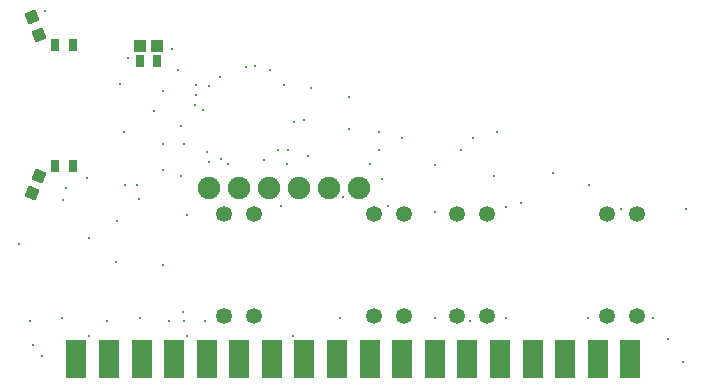
<source format=gbs>
%FSLAX46Y46*%
%MOMM*%
%AMPS16*
21,1,3.200000,1.700000,0.000000,0.000000,90.000000*
%
%ADD16PS16*%
%AMPS14*
1,1,1.350000,0.000000,0.000000*
%
%ADD14PS14*%
%AMPS13*
1,1,1.350000,0.000000,0.000000*
%
%ADD13PS13*%
%AMPS12*
1,1,1.900000,0.000000,0.000000*
%
%ADD12PS12*%
%AMPS17*
21,1,1.000000,0.950000,0.000000,0.000000,360.000000*
%
%ADD17PS17*%
%AMPS10*
21,1,0.700000,1.100000,0.000000,0.000000,360.000000*
%
%ADD10PS10*%
%AMPS15*
21,1,1.000000,1.000000,0.000000,0.000000,247.000122*
%
%ADD15PS15*%
%AMPS11*
21,1,1.000000,1.000000,0.000000,0.000000,112.000122*
%
%ADD11PS11*%
%AMPS18*
1,1,0.300000,0.000000,0.000000*
%
%ADD18PS18*%
G01*
G01*
%LPD*%
G75*
D10*
X5600000Y28150000D03*
D10*
X4100000Y28150000D03*
D11*
X2150314Y30441746D03*
D11*
X2749686Y28958254D03*
D12*
X22230000Y16000000D03*
D12*
X29850000Y16000000D03*
D12*
X27310000Y16000000D03*
D12*
X19690000Y16000000D03*
D12*
X24770000Y16000000D03*
D12*
X17150000Y16000000D03*
D13*
X40670000Y13800000D03*
D13*
X53370000Y13800000D03*
D14*
X50830000Y5200000D03*
D13*
X38130000Y13800000D03*
D13*
X50830000Y13800000D03*
D14*
X53370000Y5200000D03*
D14*
X38130000Y5200000D03*
D14*
X40670000Y5200000D03*
D15*
X2137417Y15563596D03*
D15*
X2762583Y17036404D03*
D13*
X20920000Y13800000D03*
D13*
X33620000Y13800000D03*
D14*
X31080000Y5200000D03*
D13*
X18380000Y13800000D03*
D13*
X31080000Y13800000D03*
D14*
X33620000Y5200000D03*
D14*
X18380000Y5200000D03*
D14*
X20920000Y5200000D03*
D10*
X5600000Y17850000D03*
D10*
X4100000Y17850000D03*
D16*
X16930000Y1500000D03*
D16*
X27970000Y1500000D03*
D16*
X36250000Y1500000D03*
D16*
X11410000Y1500000D03*
D16*
X5890000Y1500000D03*
D16*
X8650000Y1500000D03*
D16*
X33490000Y1500000D03*
D16*
X50050000Y1500000D03*
D16*
X19690000Y1500000D03*
D16*
X44530000Y1500000D03*
D16*
X25210000Y1500000D03*
D16*
X14170000Y1500000D03*
D16*
X22450000Y1500000D03*
D16*
X30730000Y1500000D03*
D16*
X41770000Y1500000D03*
D16*
X39010000Y1500000D03*
D16*
X52810000Y1500000D03*
D16*
X47290000Y1500000D03*
D10*
X12750000Y26750000D03*
D10*
X11250000Y26750000D03*
D17*
X11250000Y28000000D03*
D17*
X12750000Y28000000D03*
D18*
X21750000Y18340010D03*
D18*
X11000000Y16250000D03*
D18*
X23750000Y18000000D03*
D18*
X18750000Y18000000D03*
D18*
X7000000Y11750000D03*
D18*
X13250000Y24250000D03*
D18*
X57250000Y1250000D03*
D18*
X28250000Y5000000D03*
D18*
X31750000Y16750000D03*
D18*
X31500000Y19250000D03*
D18*
X15250000Y13750000D03*
D18*
X24340010Y21615739D03*
D18*
X12500000Y22500000D03*
D18*
X23250000Y14500000D03*
D18*
X18100339Y18483797D03*
D18*
X2000000Y4750000D03*
D18*
X41250000Y17000000D03*
D18*
X32250000Y14500000D03*
D18*
X29000000Y23750000D03*
D18*
X15000000Y19750000D03*
D18*
X17084512Y24621511D03*
D18*
X16595258Y22568670D03*
D18*
X11207799Y15042201D03*
D18*
X25133849Y21776795D03*
D18*
X1000000Y11250000D03*
D18*
X14500000Y25960002D03*
D18*
X10250000Y27000000D03*
D18*
X28500000Y15250000D03*
D18*
X25500000Y18750000D03*
D18*
X3250000Y31000000D03*
D18*
X36250000Y14000000D03*
D18*
X46250000Y17250000D03*
D18*
X54750000Y5000000D03*
D18*
X10025000Y16250000D03*
D18*
X36250000Y17975000D03*
D18*
X43500000Y14750000D03*
D18*
X14000000Y27750000D03*
D18*
X31500000Y20750000D03*
D18*
X3000000Y1750000D03*
D18*
X33500000Y20250000D03*
D18*
X29000000Y21000000D03*
D18*
X42250000Y14390010D03*
D18*
X52000000Y14250000D03*
D18*
X6765491Y16840010D03*
D18*
X22250000Y26000000D03*
D18*
X11250000Y5000000D03*
D18*
X49250000Y5000000D03*
D18*
X14750000Y17000000D03*
D18*
X22991073Y19258936D03*
D18*
X13250000Y17500000D03*
D18*
X16004538Y23869670D03*
D18*
X30750000Y18000000D03*
D18*
X23809985Y19243446D03*
D18*
X9590010Y24848764D03*
D18*
X5000000Y16000000D03*
D18*
X16973621Y19012043D03*
D18*
X16750000Y4750000D03*
D18*
X15250000Y3500000D03*
D18*
X20222952Y26260010D03*
D18*
X14750000Y21250000D03*
D18*
X9960020Y20736423D03*
D18*
X56000000Y3250000D03*
D18*
X25750000Y24500000D03*
D18*
X21031734Y26304642D03*
D18*
X18031408Y25382218D03*
D18*
X2250000Y2750000D03*
D18*
X7000000Y3500000D03*
D18*
X39500000Y20250000D03*
D18*
X36250000Y5000000D03*
D18*
X41500000Y20750000D03*
D18*
X13250000Y19750000D03*
D18*
X15000000Y4750000D03*
D18*
X13750000Y4750000D03*
D18*
X24250000Y3500000D03*
D18*
X9250000Y9750000D03*
D18*
X15952793Y23061982D03*
D18*
X13250000Y9500000D03*
D18*
X9350000Y13200000D03*
D18*
X49276763Y16250009D03*
D18*
X42250000Y5000000D03*
D18*
X39250000Y4750000D03*
D18*
X38500000Y19250000D03*
D18*
X4710000Y5003416D03*
D18*
X4750000Y15000000D03*
D18*
X57500000Y14250000D03*
D18*
X16000000Y24750000D03*
D18*
X17136203Y18198021D03*
D18*
X14925000Y5525000D03*
D18*
X8500000Y4750000D03*
D18*
X23500000Y24750000D03*
M02*

</source>
